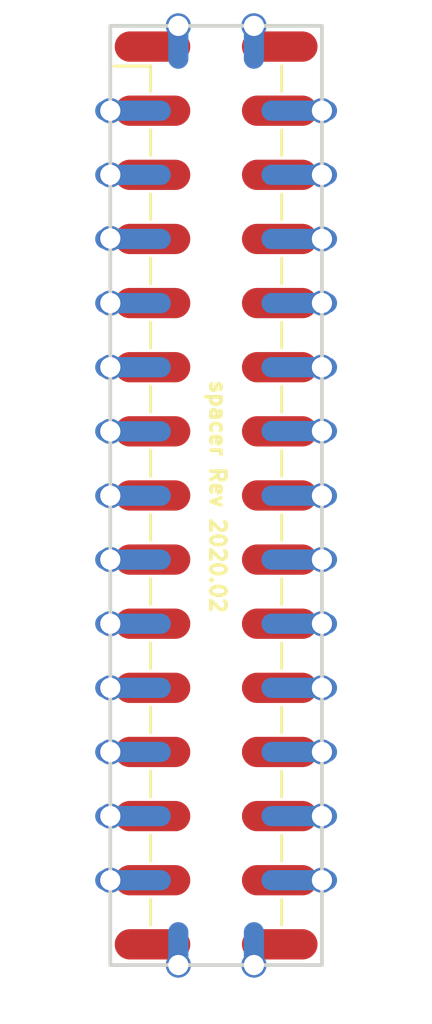
<source format=kicad_pcb>
(kicad_pcb (version 20221018) (generator pcbnew)
  (layers (0 "F.Cu" signal) (31 "B.Cu" signal) (34 "B.Paste" user) (35 "F.Paste" user) (36 "B.SilkS" user "B.Silkscreen") (37 "F.SilkS" user "F.Silkscreen") (38 "B.Mask" user) (39 "F.Mask" user) (44 "Edge.Cuts" user))
  (net 0 "")
  (net 1 "Net-(J2-Pad2)")
  (net 2 "Net-(J2-Pad4)")
  (net 3 "Net-(J2-Pad6)")
  (net 4 "Net-(J2-Pad8)")
  (net 5 "Net-(J2-Pad10)")
  (net 6 "Net-(J2-Pad12)")
  (net 7 "Net-(J2-Pad14)")
  (net 8 "Net-(J2-Pad16)")
  (net 9 "Net-(J2-Pad18)")
  (net 10 "Net-(J2-Pad20)")
  (net 11 "Net-(J2-Pad22)")
  (net 12 "Net-(J2-Pad24)")
  (net 13 "Net-(J2-Pad26)")
  (net 14 "Net-(J2-Pad28)")
  (net 15 "Net-(J2-Pad30)")
  (net 16 "Net-(J2-Pad29)")
  (net 17 "Net-(J2-Pad27)")
  (net 18 "Net-(J2-Pad25)")
  (net 19 "Net-(J2-Pad23)")
  (net 20 "Net-(J2-Pad21)")
  (net 21 "Net-(J2-Pad19)")
  (net 22 "Net-(J2-Pad17)")
  (net 23 "Net-(J2-Pad15)")
  (net 24 "Net-(J2-Pad13)")
  (net 25 "Net-(J2-Pad11)")
  (net 26 "Net-(J2-Pad9)")
  (net 27 "Net-(J2-Pad7)")
  (net 28 "Net-(J2-Pad5)")
  (net 29 "Net-(J2-Pad3)")
  (net 30 "Net-(J2-Pad1)")
  (footprint "footprints:PinHeader_2x15_P2.54mm_M5Stack_SpacerPCB" (layer "F.Cu") (at 121.9454 78.232)
    (fp_text reference "J2" hide)
    (fp_text value "Conn_02x15_Odd_Even")
    (fp_line (start -4.0513 -17.0053) (end -2.6113 -17.0053) (stroke (width 0.12)) (layer "F.SilkS"))
    (fp_line (start -2.6 -17.02) (end -2.6 -16) (stroke (width 0.12)) (layer "F.SilkS"))
    (fp_line (start -2.6 -14.48) (end -2.6 -13.46) (stroke (width 0.12)) (layer "F.SilkS"))
    (fp_line (start -2.6 -11.94) (end -2.6 -10.92) (stroke (width 0.12)) (layer "F.SilkS"))
    (fp_line (start -2.6 -9.4) (end -2.6 -8.38) (stroke (width 0.12)) (layer "F.SilkS"))
    (fp_line (start -2.6 -6.86) (end -2.6 -5.84) (stroke (width 0.12)) (layer "F.SilkS"))
    (fp_line (start -2.6 -4.32) (end -2.6 -3.3) (stroke (width 0.12)) (layer "F.SilkS"))
    (fp_line (start -2.6 -1.78) (end -2.6 -0.76) (stroke (width 0.12)) (layer "F.SilkS"))
    (fp_line (start -2.6 0.76) (end -2.6 1.78) (stroke (width 0.12)) (layer "F.SilkS"))
    (fp_line (start -2.6 3.3) (end -2.6 4.32) (stroke (width 0.12)) (layer "F.SilkS"))
    (fp_line (start -2.6 5.84) (end -2.6 6.86) (stroke (width 0.12)) (layer "F.SilkS"))
    (fp_line (start -2.6 8.38) (end -2.6 9.4) (stroke (width 0.12)) (layer "F.SilkS"))
    (fp_line (start -2.6 10.92) (end -2.6 11.94) (stroke (width 0.12)) (layer "F.SilkS"))
    (fp_line (start -2.6 13.46) (end -2.6 14.48) (stroke (width 0.12)) (layer "F.SilkS"))
    (fp_line (start -2.6 16) (end -2.6 17.02) (stroke (width 0.12)) (layer "F.SilkS"))
    (fp_line (start 2.6 -17.02) (end 2.6 -16) (stroke (width 0.12)) (layer "F.SilkS"))
    (fp_line (start 2.6 -14.48) (end 2.6 -13.46) (stroke (width 0.12)) (layer "F.SilkS"))
    (fp_line (start 2.6 -11.94) (end 2.6 -10.92) (stroke (width 0.12)) (layer "F.SilkS"))
    (fp_line (start 2.6 -9.4) (end 2.6 -8.38) (stroke (width 0.12)) (layer "F.SilkS"))
    (fp_line (start 2.6 -6.86) (end 2.6 -5.84) (stroke (width 0.12)) (layer "F.SilkS"))
    (fp_line (start 2.6 -4.32) (end 2.6 -3.3) (stroke (width 0.12)) (layer "F.SilkS"))
    (fp_line (start 2.6 -1.78) (end 2.6 -0.76) (stroke (width 0.12)) (layer "F.SilkS"))
    (fp_line (start 2.6 0.76) (end 2.6 1.78) (stroke (width 0.12)) (layer "F.SilkS"))
    (fp_line (start 2.6 3.3) (end 2.6 4.32) (stroke (width 0.12)) (layer "F.SilkS"))
    (fp_line (start 2.6 5.84) (end 2.6 6.86) (stroke (width 0.12)) (layer "F.SilkS"))
    (fp_line (start 2.6 8.38) (end 2.6 9.4) (stroke (width 0.12)) (layer "F.SilkS"))
    (fp_line (start 2.6 10.92) (end 2.6 11.94) (stroke (width 0.12)) (layer "F.SilkS"))
    (fp_line (start 2.6 13.46) (end 2.6 14.48) (stroke (width 0.12)) (layer "F.SilkS"))
    (fp_line (start 2.6 16) (end 2.6 17.02) (stroke (width 0.12)) (layer "F.SilkS"))
    (fp_line (start -4.2 -18.6) (end -4.2 18.6) (stroke (width 0.15)) (layer "Edge.Cuts"))
    (fp_line (start -4.2 18.6) (end 4.2 18.6) (stroke (width 0.15)) (layer "Edge.Cuts"))
    (fp_line (start 4.2 -18.6) (end -4.2 -18.6) (stroke (width 0.15)) (layer "Edge.Cuts"))
    (fp_line (start 4.2 18.6) (end 4.2 -18.6) (stroke (width 0.15)) (layer "Edge.Cuts"))
    (pad "" np_thru_hole circle (at 0 -13.97) (size 0.9 0.9) (drill 0.9) (layers "*.Cu" "*.Mask"))
    (pad "" np_thru_hole circle (at 0 13.97) (size 0.9 0.9) (drill 0.9) (layers "*.Cu" "*.Mask"))
    (pad "1" smd oval (at -2.525 -17.78) (size 3 1.2) (layers "F.Cu" "F.Paste" "F.Mask") (net 30 "Net-(J2-Pad1)"))
    (pad "1" thru_hole circle (at -1.5 -18.6) (size 1 1) (drill 0.8) (layers "*.Cu" "*.Mask") (net 30 "Net-(J2-Pad1)"))
    (pad "1" smd oval (at -1.5 -17.9 90) (size 2 0.8) (layers "B.Cu" "B.Paste" "B.Mask") (net 30 "Net-(J2-Pad1)"))
    (pad "2" thru_hole circle (at 1.5 -18.6) (size 1 1) (drill 0.8) (layers "*.Cu" "*.Mask") (net 1 "Net-(J2-Pad2)"))
    (pad "2" smd oval (at 1.5 -17.9 90) (size 2 0.8) (layers "B.Cu" "B.Paste" "B.Mask") (net 1 "Net-(J2-Pad2)"))
    (pad "2" smd oval (at 2.525 -17.78) (size 3 1.2) (layers "F.Cu" "F.Paste" "F.Mask") (net 1 "Net-(J2-Pad2)"))
    (pad "3" thru_hole circle (at -4.2 -15.24) (size 1 1) (drill 0.8) (layers "*.Cu" "*.Mask") (net 29 "Net-(J2-Pad3)"))
    (pad "3" smd oval (at -3.3 -15.24) (size 3 0.8) (layers "B.Cu" "B.Paste" "B.Mask") (net 29 "Net-(J2-Pad3)"))
    (pad "3" smd oval (at -2.525 -15.24) (size 3 1.2) (layers "F.Cu" "F.Paste" "F.Mask") (net 29 "Net-(J2-Pad3)"))
    (pad "4" smd oval (at 2.525 -15.24) (size 3 1.2) (layers "F.Cu" "F.Paste" "F.Mask") (net 2 "Net-(J2-Pad4)"))
    (pad "4" smd oval (at 3.3 -15.24) (size 3 0.8) (layers "B.Cu" "B.Paste" "B.Mask") (net 2 "Net-(J2-Pad4)"))
    (pad "4" thru_hole circle (at 4.2 -15.24) (size 1 1) (drill 0.8) (layers "*.Cu" "*.Mask") (net 2 "Net-(J2-Pad4)"))
    (pad "5" thru_hole circle (at -4.2 -12.7) (size 1 1) (drill 0.8) (layers "*.Cu" "*.Mask") (net 28 "Net-(J2-Pad5)"))
    (pad "5" smd oval (at -3.3 -12.7) (size 3 0.8) (layers "B.Cu" "B.Paste" "B.Mask") (net 28 "Net-(J2-Pad5)"))
    (pad "5" smd oval (at -2.525 -12.7) (size 3 1.2) (layers "F.Cu" "F.Paste" "F.Mask") (net 28 "Net-(J2-Pad5)"))
    (pad "6" smd oval (at 2.525 -12.7) (size 3 1.2) (layers "F.Cu" "F.Paste" "F.Mask") (net 3 "Net-(J2-Pad6)"))
    (pad "6" smd oval (at 3.3 -12.7) (size 3 0.8) (layers "B.Cu" "B.Paste" "B.Mask") (net 3 "Net-(J2-Pad6)"))
    (pad "6" thru_hole circle (at 4.2 -12.7) (size 1 1) (drill 0.8) (layers "*.Cu" "*.Mask") (net 3 "Net-(J2-Pad6)"))
    (pad "7" thru_hole circle (at -4.2 -10.18) (size 1 1) (drill 0.8) (layers "*.Cu" "*.Mask") (net 27 "Net-(J2-Pad7)"))
    (pad "7" smd oval (at -3.3 -10.16) (size 3 0.8) (layers "B.Cu" "B.Paste" "B.Mask") (net 27 "Net-(J2-Pad7)"))
    (pad "7" smd oval (at -2.525 -10.16) (size 3 1.2) (layers "F.Cu" "F.Paste" "F.Mask") (net 27 "Net-(J2-Pad7)"))
    (pad "8" smd oval (at 2.525 -10.16) (size 3 1.2) (layers "F.Cu" "F.Paste" "F.Mask") (net 4 "Net-(J2-Pad8)"))
    (pad "8" smd oval (at 3.3 -10.16) (size 3 0.8) (layers "B.Cu" "B.Paste" "B.Mask") (net 4 "Net-(J2-Pad8)"))
    (pad "8" thru_hole circle (at 4.2 -10.16) (size 1 1) (drill 0.8) (layers "*.Cu" "*.Mask") (net 4 "Net-(J2-Pad8)"))
    (pad "9" thru_hole circle (at -4.2 -7.62) (size 1 1) (drill 0.8) (layers "*.Cu" "*.Mask") (net 26 "Net-(J2-Pad9)"))
    (pad "9" smd oval (at -3.3 -7.62) (size 3 0.8) (layers "B.Cu" "B.Paste" "B.Mask") (net 26 "Net-(J2-Pad9)"))
    (pad "9" smd oval (at -2.525 -7.62) (size 3 1.2) (layers "F.Cu" "F.Paste" "F.Mask") (net 26 "Net-(J2-Pad9)"))
    (pad "10" smd oval (at 2.525 -7.62) (size 3 1.2) (layers "F.Cu" "F.Paste" "F.Mask") (net 5 "Net-(J2-Pad10)"))
    (pad "10" smd oval (at 3.3 -7.62) (size 3 0.8) (layers "B.Cu" "B.Paste" "B.Mask") (net 5 "Net-(J2-Pad10)"))
    (pad "10" thru_hole circle (at 4.2 -7.62) (size 1 1) (drill 0.8) (layers "*.Cu" "*.Mask") (net 5 "Net-(J2-Pad10)"))
    (pad "11" thru_hole circle (at -4.2 -5.08) (size 1 1) (drill 0.8) (layers "*.Cu" "*.Mask") (net 25 "Net-(J2-Pad11)"))
    (pad "11" smd oval (at -3.3 -5.08) (size 3 0.8) (layers "B.Cu" "B.Paste" "B.Mask") (net 25 "Net-(J2-Pad11)"))
    (pad "11" smd oval (at -2.525 -5.08) (size 3 1.2) (layers "F.Cu" "F.Paste" "F.Mask") (net 25 "Net-(J2-Pad11)"))
    (pad "12" smd oval (at 2.525 -5.08) (size 3 1.2) (layers "F.Cu" "F.Paste" "F.Mask") (net 6 "Net-(J2-Pad12)"))
    (pad "12" smd oval (at 3.3 -5.08) (size 3 0.8) (layers "B.Cu" "B.Paste" "B.Mask") (net 6 "Net-(J2-Pad12)"))
    (pad "12" thru_hole circle (at 4.2 -5.08) (size 1 1) (drill 0.8) (layers "*.Cu" "*.Mask") (net 6 "Net-(J2-Pad12)"))
    (pad "13" thru_hole circle (at -4.2 -2.54) (size 1 1) (drill 0.8) (layers "*.Cu" "*.Mask") (net 24 "Net-(J2-Pad13)"))
    (pad "13" smd oval (at -3.3 -2.54) (size 3 0.8) (layers "B.Cu" "B.Paste" "B.Mask") (net 24 "Net-(J2-Pad13)"))
    (pad "13" smd oval (at -2.525 -2.54) (size 3 1.2) (layers "F.Cu" "F.Paste" "F.Mask") (net 24 "Net-(J2-Pad13)"))
    (pad "14" smd oval (at 2.525 -2.54) (size 3 1.2) (layers "F.Cu" "F.Paste" "F.Mask") (net 7 "Net-(J2-Pad14)"))
    (pad "14" smd oval (at 3.3 -2.55) (size 3 0.8) (layers "B.Cu" "B.Paste" "B.Mask") (net 7 "Net-(J2-Pad14)"))
    (pad "14" thru_hole circle (at 4.2 -2.55) (size 1 1) (drill 0.8) (layers "*.Cu" "*.Mask") (net 7 "Net-(J2-Pad14)"))
    (pad "15" thru_hole circle (at -4.2 0.01) (size 1 1) (drill 0.8) (layers "*.Cu" "*.Mask") (net 23 "Net-(J2-Pad15)"))
    (pad "15" smd oval (at -3.3 0.01) (size 3 0.8) (layers "B.Cu" "B.Paste" "B.Mask") (net 23 "Net-(J2-Pad15)"))
    (pad "15" smd oval (at -2.525 0) (size 3 1.2) (layers "F.Cu" "F.Paste" "F.Mask") (net 23 "Net-(J2-Pad15)"))
    (pad "16" smd oval (at 2.525 0) (size 3 1.2) (layers "F.Cu" "F.Paste" "F.Mask") (net 8 "Net-(J2-Pad16)"))
    (pad "16" smd oval (at 3.3 0.01) (size 3 0.8) (layers "B.Cu" "B.Paste" "B.Mask") (net 8 "Net-(J2-Pad16)"))
    (pad "16" thru_hole circle (at 4.2 0.01) (size 1 1) (drill 0.8) (layers "*.Cu" "*.Mask") (net 8 "Net-(J2-Pad16)"))
    (pad "17" thru_hole circle (at -4.2 2.54) (size 1 1) (drill 0.8) (layers "*.Cu" "*.Mask") (net 22 "Net-(J2-Pad17)"))
    (pad "17" smd oval (at -3.3 2.54) (size 3 0.8) (layers "B.Cu" "B.Paste" "B.Mask") (net 22 "Net-(J2-Pad17)"))
    (pad "17" smd oval (at -2.525 2.54) (size 3 1.2) (layers "F.Cu" "F.Paste" "F.Mask") (net 22 "Net-(J2-Pad17)"))
    (pad "18" smd oval (at 2.525 2.54) (size 3 1.2) (layers "F.Cu" "F.Paste" "F.Mask") (net 9 "Net-(J2-Pad18)"))
    (pad "18" smd oval (at 3.3 2.54) (size 3 0.8) (layers "B.Cu" "B.Paste" "B.Mask") (net 9 "Net-(J2-Pad18)"))
    (pad "18" thru_hole circle (at 4.2 2.54) (size 1 1) (drill 0.8) (layers "*.Cu" "*.Mask") (net 9 "Net-(J2-Pad18)"))
    (pad "19" thru_hole circle (at -4.2 5.08) (size 1 1) (drill 0.8) (layers "*.Cu" "*.Mask") (net 21 "Net-(J2-Pad19)"))
    (pad "19" smd oval (at -3.3 5.08) (size 3 0.8) (layers "B.Cu" "B.Paste" "B.Mask") (net 21 "Net-(J2-Pad19)"))
    (pad "19" smd oval (at -2.525 5.08) (size 3 1.2) (layers "F.Cu" "F.Paste" "F.Mask") (net 21 "Net-(J2-Pad19)"))
    (pad "20" smd oval (at 2.525 5.08) (size 3 1.2) (layers "F.Cu" "F.Paste" "F.Mask") (net 10 "Net-(J2-Pad20)"))
    (pad "20" smd oval (at 3.3 5.08) (size 3 0.8) (layers "B.Cu" "B.Paste" "B.Mask") (net 10 "Net-(J2-Pad20)"))
    (pad "20" thru_hole circle (at 4.2 5.08) (size 1 1) (drill 0.8) (layers "*.Cu" "*.Mask") (net 10 "Net-(J2-Pad20)"))
    (pad "21" thru_hole circle (at -4.2 7.62) (size 1 1) (drill 0.8) (layers "*.Cu" "*.Mask") (net 20 "Net-(J2-Pad21)"))
    (pad "21" smd oval (at -3.3 7.62) (size 3 0.8) (layers "B.Cu" "B.Paste" "B.Mask") (net 20 "Net-(J2-Pad21)"))
    (pad "21" smd oval (at -2.525 7.62) (size 3 1.2) (layers "F.Cu" "F.Paste" "F.Mask") (net 20 "Net-(J2-Pad21)"))
    (pad "22" smd oval (at 2.525 7.62) (size 3 1.2) (layers "F.Cu" "F.Paste" "F.Mask") (net 11 "Net-(J2-Pad22)"))
    (pad "22" smd oval (at 3.3 7.62) (size 3 0.8) (layers "B.Cu" "B.Paste" "B.Mask") (net 11 "Net-(J2-Pad22)"))
    (pad "22" thru_hole circle (at 4.2 7.62) (size 1 1) (drill 0.8) (layers "*.Cu" "*.Mask") (net 11 "Net-(J2-Pad22)"))
    (pad "23" thru_hole circle (at -4.2 10.16) (size 1 1) (drill 0.8) (layers "*.Cu" "*.Mask") (net 19 "Net-(J2-Pad23)"))
    (pad "23" smd oval (at -3.3 10.16) (size 3 0.8) (layers "B.Cu" "B.Paste" "B.Mask") (net 19 "Net-(J2-Pad23)"))
    (pad "23" smd oval (at -2.525 10.16) (size 3 1.2) (layers "F.Cu" "F.Paste" "F.Mask") (net 19 "Net-(J2-Pad23)"))
    (pad "24" smd oval (at 2.525 10.16) (size 3 1.2) (layers "F.Cu" "F.Paste" "F.Mask") (net 12 "Net-(J2-Pad24)"))
    (pad "24" smd oval (at 3.3 10.16) (size 3 0.8) (layers "B.Cu" "B.Paste" "B.Mask") (net 12 "Net-(J2-Pad24)"))
    (pad "24" thru_hole circle (at 4.2 10.16) (size 1 1) (drill 0.8) (layers "*.Cu" "*.Mask") (net 12 "Net-(J2-Pad24)"))
    (pad "25" thru_hole circle (at -4.2 12.7) (size 1 1) (drill 0.8) (layers "*.Cu" "*.Mask") (net 18 "Net-(J2-Pad25)"))
    (pad "25" smd oval (at -3.3 12.7) (size 3 0.8) (layers "B.Cu" "B.Paste" "B.Mask") (net 18 "Net-(J2-Pad25)"))
    (pad "25" smd oval (at -2.525 12.7) (size 3 1.2) (layers "F.Cu" "F.Paste" "F.Mask") (net 18 "Net-(J2-Pad25)"))
    (pad "26" smd oval (at 2.525 12.7) (size 3 1.2) (layers "F.Cu" "F.Paste" "F.Mask") (net 13 "Net-(J2-Pad26)"))
    (pad "26" smd oval (at 3.3 12.7) (size 3 0.8) (layers "B.Cu" "B.Paste" "B.Mask") (net 13 "Net-(J2-Pad26)"))
    (pad "26" thru_hole circle (at 4.2 12.7) (size 1 1) (drill 0.8) (layers "*.Cu" "*.Mask") (net 13 "Net-(J2-Pad26)"))
    (pad "27" thru_hole circle (at -4.2 15.24) (size 1 1) (drill 0.8) (layers "*.Cu" "*.Mask") (net 17 "Net-(J2-Pad27)"))
    (pad "27" smd oval (at -3.3 15.24) (size 3 0.8) (layers "B.Cu" "B.Paste" "B.Mask") (net 17 "Net-(J2-Pad27)"))
    (pad "27" smd oval (at -2.525 15.24) (size 3 1.2) (layers "F.Cu" "F.Paste" "F.Mask") (net 17 "Net-(J2-Pad27)"))
    (pad "28" smd oval (at 2.525 15.24) (size 3 1.2) (layers "F.Cu" "F.Paste" "F.Mask") (net 14 "Net-(J2-Pad28)"))
    (pad "28" smd oval (at 3.3 15.24) (size 3 0.8) (layers "B.Cu" "B.Paste" "B.Mask") (net 14 "Net-(J2-Pad28)"))
    (pad "28" thru_hole circle (at 4.2 15.24) (size 1 1) (drill 0.8) (layers "*.Cu" "*.Mask") (net 14 "Net-(J2-Pad28)"))
    (pad "29" smd oval (at -2.525 17.78) (size 3 1.2) (layers "F.Cu" "F.Paste" "F.Mask") (net 16 "Net-(J2-Pad29)"))
    (pad "29" smd oval (at -1.5 17.9 90) (size 2 0.8) (layers "B.Cu" "B.Paste" "B.Mask") (net 16 "Net-(J2-Pad29)"))
    (pad "29" thru_hole circle (at -1.5 18.6) (size 1 1) (drill 0.8) (layers "*.Cu" "*.Mask") (net 16 "Net-(J2-Pad29)"))
    (pad "30" smd oval (at 1.5 17.9 90) (size 2 0.8) (layers "B.Cu" "B.Paste" "B.Mask") (net 15 "Net-(J2-Pad30)"))
    (pad "30" thru_hole circle (at 1.5 18.6) (size 1 1) (drill 0.8) (layers "*.Cu" "*.Mask") (net 15 "Net-(J2-Pad30)"))
    (pad "30" smd oval (at 2.525 17.78) (size 3 1.2) (layers "F.Cu" "F.Paste" "F.Mask") (net 15 "Net-(J2-Pad30)"))
  )
  (gr_text "spacer Rev 2020.02" (at 122.0089 78.2828 270) (layer "F.SilkS") (effects (font (size 0.6 0.6))))
)
</source>
